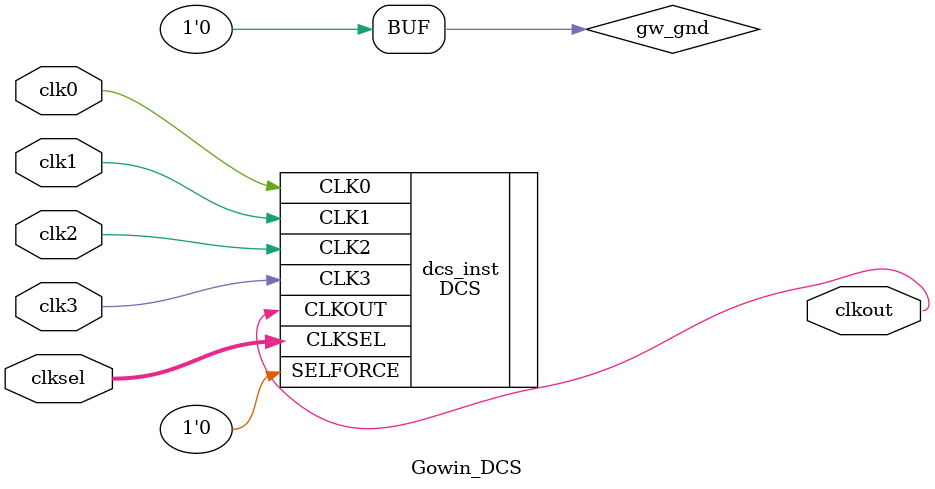
<source format=v>

module Gowin_DCS (clkout, clksel, clk0, clk1, clk2, clk3);

output clkout;
input [3:0] clksel;
input clk0;
input clk1;
input clk2;
input clk3;

wire gw_gnd;

assign gw_gnd = 1'b0;

DCS dcs_inst (
    .CLKOUT(clkout),
    .CLKSEL(clksel),
    .CLK0(clk0),
    .CLK1(clk1),
    .CLK2(clk2),
    .CLK3(clk3),
    .SELFORCE(gw_gnd)
);

defparam dcs_inst.DCS_MODE = "RISING";

endmodule //Gowin_DCS

</source>
